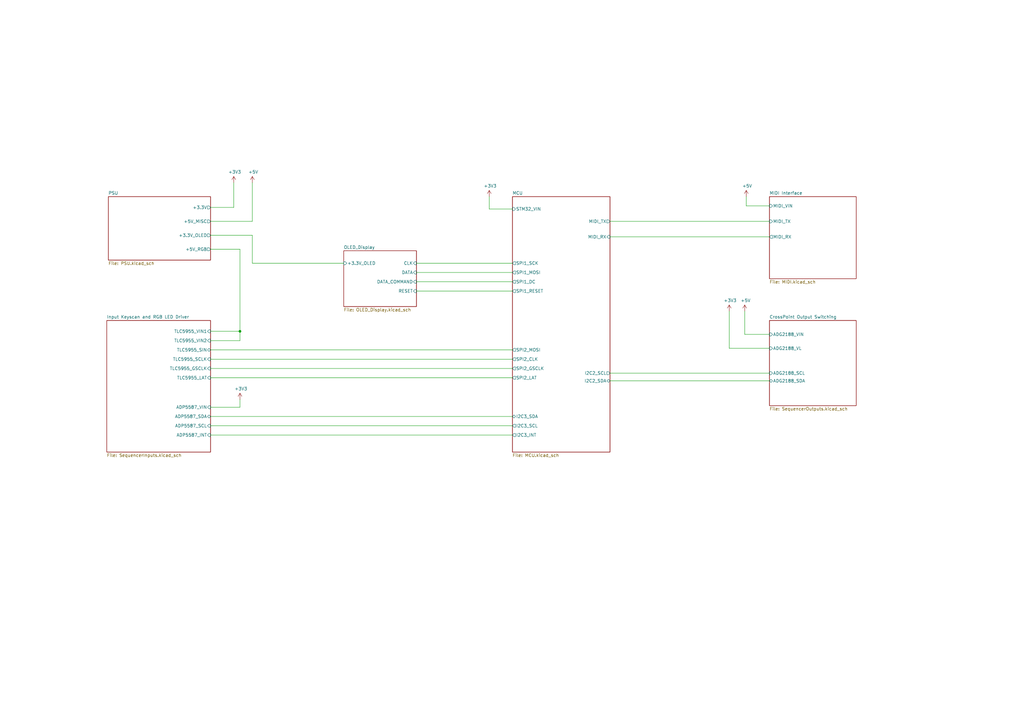
<source format=kicad_sch>
(kicad_sch (version 20211123) (generator eeschema)
  (paper "A3")
  (title_block (title "BassStation Sequencer_MIDIController") (rev "A"))
  (lib_symbols
    (symbol "power:+3.3V" (power) (pin_names (offset 0))
      (property "Value" "+3.3V" (at 0 3.556 0))
      (symbol "+3.3V_0_1"
        (polyline (pts (xy -0.762 1.27) (xy 0 2.54)))
        (polyline (pts (xy 0 0) (xy 0 2.54)))
        (polyline (pts (xy 0 2.54) (xy 0.762 1.27)))
      )
      (symbol "+3.3V_1_1"
        (pin power_in line (at 0 0 90) (length 0) hide (name "+3V3") (number "1"))
      )
    )
    (symbol "power:+5V" (power) (pin_names (offset 0))
      (property "Value" "+5V" (at 0 3.556 0))
      (symbol "+5V_0_1"
        (polyline (pts (xy -0.762 1.27) (xy 0 2.54)))
        (polyline (pts (xy 0 0) (xy 0 2.54)))
        (polyline (pts (xy 0 2.54) (xy 0.762 1.27)))
      )
      (symbol "+5V_1_1"
        (pin power_in line (at 0 0 90) (length 0) hide (name "+5V") (number "1"))
      )
    )
  )
  (junction (at 98.425 135.89))
  (wire (pts (xy 210.185 154.94) (xy 86.36 154.94)))
  (wire (pts (xy 86.36 135.89) (xy 98.425 135.89)))
  (wire (pts (xy 86.36 143.51) (xy 210.185 143.51)))
  (wire (pts (xy 315.595 84.455) (xy 306.07 84.455)))
  (wire (pts (xy 103.505 107.95) (xy 103.505 96.52)))
  (wire (pts (xy 210.185 85.725) (xy 200.66 85.725)))
  (wire (pts (xy 140.97 107.95) (xy 103.505 107.95)))
  (wire (pts (xy 170.815 119.38) (xy 210.185 119.38)))
  (wire (pts (xy 210.185 115.57) (xy 170.815 115.57)))
  (wire (pts (xy 86.36 96.52) (xy 103.505 96.52)))
  (wire (pts (xy 250.19 97.155) (xy 315.595 97.155)))
  (wire (pts (xy 86.36 170.815) (xy 210.185 170.815)))
  (wire (pts (xy 86.36 167.005) (xy 98.425 167.005)))
  (wire (pts (xy 315.595 137.16) (xy 305.435 137.16)))
  (wire (pts (xy 299.085 142.875) (xy 299.085 127.635)))
  (wire (pts (xy 210.185 111.76) (xy 170.815 111.76)))
  (wire (pts (xy 98.425 135.89) (xy 98.425 139.7)))
  (wire (pts (xy 315.595 156.21) (xy 250.19 156.21)))
  (wire (pts (xy 98.425 167.005) (xy 98.425 163.83)))
  (wire (pts (xy 86.36 90.805) (xy 103.505 90.805)))
  (wire (pts (xy 86.36 178.435) (xy 210.185 178.435)))
  (wire (pts (xy 315.595 90.805) (xy 250.19 90.805)))
  (wire (pts (xy 103.505 90.805) (xy 103.505 74.93)))
  (wire (pts (xy 306.07 84.455) (xy 306.07 80.645)))
  (wire (pts (xy 315.595 142.875) (xy 299.085 142.875)))
  (wire (pts (xy 86.36 151.13) (xy 210.185 151.13)))
  (wire (pts (xy 315.595 153.035) (xy 250.19 153.035)))
  (wire (pts (xy 86.36 139.7) (xy 98.425 139.7)))
  (wire (pts (xy 98.425 102.235) (xy 98.425 135.89)))
  (wire (pts (xy 95.885 85.09) (xy 95.885 74.93)))
  (wire (pts (xy 98.425 102.235) (xy 86.36 102.235)))
  (wire (pts (xy 170.815 107.95) (xy 210.185 107.95)))
  (wire (pts (xy 305.435 137.16) (xy 305.435 127.635)))
  (wire (pts (xy 86.36 85.09) (xy 95.885 85.09)))
  (wire (pts (xy 86.36 174.625) (xy 210.185 174.625)))
  (wire (pts (xy 200.66 85.725) (xy 200.66 80.645)))
  (wire (pts (xy 86.36 147.32) (xy 210.185 147.32)))
  (symbol (lib_id "power:+3.3V") (at 95.885 74.93 0) (unit 1)
    (property "Reference" "#PWR0106" (effects hide))
    (property "Value" "+3.3V" (at 96.266 70.5358 0))
  )
  (symbol (lib_id "power:+5V") (at 306.07 80.645 0) (unit 1)
    (property "Reference" "#PWR016" (effects hide))
    (property "Value" "+5V" (at 306.451 76.2508 0))
  )
  (symbol (lib_id "power:+5V") (at 305.435 127.635 0) (unit 1)
    (property "Reference" "#PWR015" (effects hide))
    (property "Value" "+5V" (at 305.816 123.2408 0))
  )
  (symbol (lib_id "power:+3.3V") (at 98.425 163.83 0) (unit 1)
    (property "Reference" "#PWR012" (effects hide))
    (property "Value" "+3.3V" (at 98.806 159.4358 0))
  )
  (symbol (lib_id "power:+3.3V") (at 200.66 80.645 0) (unit 1)
    (property "Reference" "#PWR013" (effects hide))
    (property "Value" "+3.3V" (at 201.041 76.2508 0))
  )
  (symbol (lib_id "power:+3.3V") (at 299.085 127.635 0) (unit 1)
    (property "Reference" "#PWR014" (effects hide))
    (property "Value" "+3.3V" (at 299.466 123.2408 0))
  )
  (symbol (lib_id "power:+5V") (at 103.505 74.93 0) (unit 1)
    (property "Reference" "#PWR011" (effects hide))
    (property "Value" "+5V" (at 103.886 70.5358 0))
  )
  (sheet (at 315.595 80.645) (size 35.56 33.655)
    (property "Sheet name" "MIDI Interface" (at 315.595 79.9334 0) (effects (justify left bottom)))
    (property "Sheet file" "MIDI.kicad_sch" (at 315.595 114.8846 0) (effects (justify left top)))
    (pin "MIDI_TX" input (at 315.595 90.805 180))
    (pin "MIDI_RX" output (at 315.595 97.155 180))
    (pin "MIDI_VIN" input (at 315.595 84.455 180))
  )
  (sheet (at 210.185 80.645) (size 40.005 104.775)
    (property "Sheet name" "MCU" (at 210.185 79.9334 0) (effects (justify left bottom)))
    (property "Sheet file" "MCU.kicad_sch" (at 210.185 186.0046 0) (effects (justify left top)))
    (pin "STM32_VIN" input (at 210.185 85.725 180))
    (pin "MIDI_RX" input (at 250.19 97.155 0))
    (pin "MIDI_TX" output (at 250.19 90.805 0))
    (pin "SPI2_MOSI" output (at 210.185 143.51 180))
    (pin "SPI2_CLK" output (at 210.185 147.32 180))
    (pin "I2C2_SDA" bidirectional (at 250.19 156.21 0))
    (pin "I2C2_SCL" output (at 250.19 153.035 0))
    (pin "SPI1_MOSI" output (at 210.185 111.76 180))
    (pin "SPI1_SCK" output (at 210.185 107.95 180))
    (pin "I2C3_SDA" bidirectional (at 210.185 170.815 180))
    (pin "I2C3_SCL" output (at 210.185 174.625 180))
    (pin "SPI2_LAT" output (at 210.185 154.94 180))
    (pin "SPI2_GSCLK" output (at 210.185 151.13 180))
    (pin "SPI1_DC" output (at 210.185 115.57 180))
    (pin "SPI1_RESET" output (at 210.185 119.38 180))
    (pin "I2C3_INT" output (at 210.185 178.435 180))
  )
  (sheet (at 43.815 131.445) (size 42.545 53.975)
    (property "Sheet name" "Input Keyscan and RGB LED Driver" (at 43.815 130.7334 0) (effects (justify left bottom)))
    (property "Sheet file" "SequencerInputs.kicad_sch" (at 43.815 186.0046 0) (effects (justify left top)))
    (pin "ADP5587_SCL" input (at 86.36 174.625 0))
    (pin "ADP5587_VIN" input (at 86.36 167.005 0))
    (pin "TLC5955_SCLK" input (at 86.36 147.32 0))
    (pin "TLC5955_GSCLK" input (at 86.36 151.13 0))
    (pin "TLC5955_LAT" input (at 86.36 154.94 0))
    (pin "ADP5587_INT" input (at 86.36 178.435 0))
    (pin "TLC5955_VIN1" input (at 86.36 135.89 0))
    (pin "TLC5955_VIN2" input (at 86.36 139.7 0))
    (pin "TLC5955_SIN" bidirectional (at 86.36 143.51 0))
    (pin "ADP5587_SDA" bidirectional (at 86.36 170.815 0))
  )
  (sheet (at 315.595 131.445) (size 35.56 34.925)
    (property "Sheet name" "CrossPoint Output Switching" (at 315.595 130.7334 0) (effects (justify left bottom)))
    (property "Sheet file" "SequencerOutputs.kicad_sch" (at 315.595 166.9546 0) (effects (justify left top)))
    (pin "ADG2188_SCL" input (at 315.595 153.035 180))
    (pin "ADG2188_VIN" input (at 315.595 137.16 180))
    (pin "ADG2188_VL" input (at 315.595 142.875 180))
    (pin "ADG2188_SDA" bidirectional (at 315.595 156.21 180))
  )
  (sheet (at 44.45 80.645) (size 41.91 26.035)
    (property "Sheet name" "PSU" (at 44.45 79.9334 0) (effects (justify left bottom)))
    (property "Sheet file" "PSU.kicad_sch" (at 44.45 107.2646 0) (effects (justify left top)))
    (pin "+3.3V" output (at 86.36 85.09 0))
    (pin "+5V_MISC" output (at 86.36 90.805 0))
    (pin "+5V_RGB" output (at 86.36 102.235 0))
    (pin "+3.3V_OLED" output (at 86.36 96.52 0))
  )
  (sheet (at 140.97 102.87) (size 29.845 22.86)
    (property "Sheet name" "OLED_Display" (at 140.97 102.1584 0) (effects (justify left bottom)))
    (property "Sheet file" "OLED_Display.kicad_sch" (at 140.97 126.3146 0) (effects (justify left top)))
    (pin "+3.3V_OLED" input (at 140.97 107.95 180))
    (pin "CLK" input (at 170.815 107.95 0))
    (pin "DATA" input (at 170.815 111.76 0))
    (pin "RESET" input (at 170.815 119.38 0))
    (pin "DATA_COMMAND" input (at 170.815 115.57 0))
  )
)
</source>
